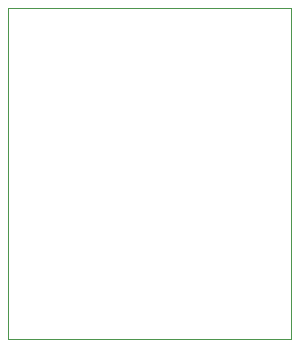
<source format=gbr>
%TF.GenerationSoftware,KiCad,Pcbnew,(7.0.0-0)*%
%TF.CreationDate,2023-10-19T00:03:18+09:00*%
%TF.ProjectId,shuttle-adaptor,73687574-746c-4652-9d61-646170746f72,rev?*%
%TF.SameCoordinates,Original*%
%TF.FileFunction,Profile,NP*%
%FSLAX46Y46*%
G04 Gerber Fmt 4.6, Leading zero omitted, Abs format (unit mm)*
G04 Created by KiCad (PCBNEW (7.0.0-0)) date 2023-10-19 00:03:18*
%MOMM*%
%LPD*%
G01*
G04 APERTURE LIST*
%TA.AperFunction,Profile*%
%ADD10C,0.100000*%
%TD*%
G04 APERTURE END LIST*
D10*
X124000000Y-66000000D02*
X148000000Y-66000000D01*
X148000000Y-66000000D02*
X148000000Y-94000000D01*
X148000000Y-94000000D02*
X124000000Y-94000000D01*
X124000000Y-94000000D02*
X124000000Y-66000000D01*
M02*

</source>
